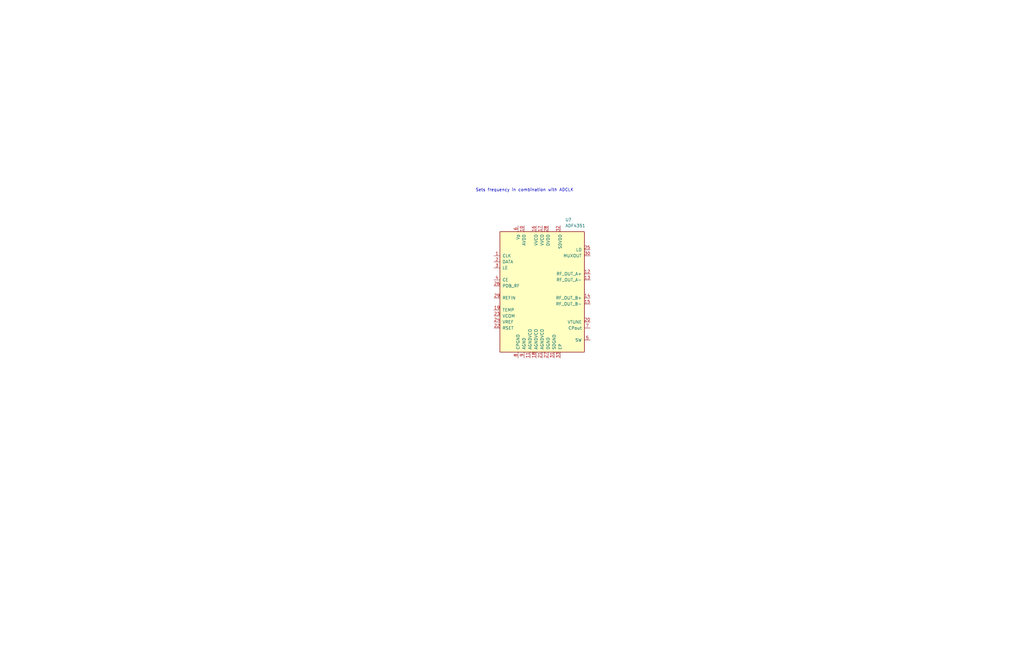
<source format=kicad_sch>
(kicad_sch (version 20250114) (generator "eeschema") (generator_version "9.0")
  (paper "B")
  (title_block (title "Coarse VFO") (date "2026-01-02") (rev "0.0") (company "Andy McCann KA3KAF and Doug McCann KA3KAG"))
  (lib_symbols
    (symbol "Timer_PLL:ADF4351" (pin_names (offset 1.016))
      (property "Reference" "U" (at 0 1.27 0))
      (property "Value" "ADF4351" (at 0 -1.27 0))
      (symbol "ADF4351_0_1"
        (rectangle (start 17.78 25.4) (end -17.78 -25.4) (stroke (width 0.254)) (fill (type background)))
      )
      (symbol "ADF4351_1_1"
        (pin input line (at -20.32 15.24 0) (length 2.54) (name "CLK") (number "1"))
        (pin input line (at -20.32 12.7 0) (length 2.54) (name "DATA") (number "2"))
        (pin input line (at -20.32 10.16 0) (length 2.54) (name "LE") (number "3"))
        (pin input line (at -20.32 5.08 0) (length 2.54) (name "CE") (number "4"))
        (pin input line (at -20.32 2.54 0) (length 2.54) (name "PDB_RF") (number "26"))
        (pin input line (at -20.32 -2.54 0) (length 2.54) (name "REFIN") (number "29"))
        (pin input line (at -20.32 -7.62 0) (length 2.54) (name "TEMP") (number "19"))
        (pin input line (at -20.32 -10.16 0) (length 2.54) (name "VCOM") (number "23"))
        (pin input line (at -20.32 -12.7 0) (length 2.54) (name "VREF") (number "24"))
        (pin input line (at -20.32 -15.24 0) (length 2.54) (name "RSET") (number "22"))
        (pin power_in line (at -10.16 27.94 270) (length 2.54) (name "Vp") (number "6"))
        (pin power_in line (at -10.16 -27.94 90) (length 2.54) (name "CPGND") (number "8"))
        (pin power_in line (at -7.62 27.94 270) (length 2.54) (name "AVDD") (number "10"))
        (pin power_in line (at -7.62 -27.94 90) (length 2.54) (name "AGND") (number "9"))
        (pin power_in line (at -5.08 -27.94 90) (length 2.54) (name "AGNDVCO") (number "11"))
        (pin power_in line (at -2.54 27.94 270) (length 2.54) (name "VVCO") (number "16"))
        (pin power_in line (at -2.54 -27.94 90) (length 2.54) (name "AGNDVCO") (number "18"))
        (pin power_in line (at 0 27.94 270) (length 2.54) (name "VVCO") (number "17"))
        (pin power_in line (at 0 -27.94 90) (length 2.54) (name "AGNDVCO") (number "21"))
        (pin power_in line (at 2.54 27.94 270) (length 2.54) (name "DVDD") (number "28"))
        (pin power_in line (at 2.54 -27.94 90) (length 2.54) (name "DGND") (number "27"))
        (pin power_in line (at 5.08 -27.94 90) (length 2.54) (name "SDGND") (number "31"))
        (pin power_in line (at 7.62 27.94 270) (length 2.54) (name "SDVDD") (number "32"))
        (pin power_in line (at 7.62 -27.94 90) (length 2.54) (name "EP") (number "33"))
        (pin input line (at 20.32 17.78 180) (length 2.54) (name "LD") (number "25"))
        (pin output line (at 20.32 15.24 180) (length 2.54) (name "MUXOUT") (number "30"))
        (pin output line (at 20.32 7.62 180) (length 2.54) (name "RF_OUT_A+") (number "12"))
        (pin output line (at 20.32 5.08 180) (length 2.54) (name "RF_OUT_A-") (number "13"))
        (pin output line (at 20.32 -2.54 180) (length 2.54) (name "RF_OUT_B+") (number "14"))
        (pin output line (at 20.32 -5.08 180) (length 2.54) (name "RF_OUT_B-") (number "15"))
        (pin input line (at 20.32 -12.7 180) (length 2.54) (name "VTUNE") (number "20"))
        (pin input line (at 20.32 -15.24 180) (length 2.54) (name "CPout") (number "7"))
        (pin input line (at 20.32 -20.32 180) (length 2.54) (name "SW") (number "5"))
      )
    )
  )
  (text "Sets frequency in combination with ADCLK" (at 221.234 80.264 0) (effects (font (size 1.27 1.27))))
  (symbol (lib_id "Timer_PLL:ADF4351") (at 228.6 123.19 0) (unit 1)
    (property "Reference" "U?" (at 238.3633 92.71 0) (effects (justify left)))
    (property "Value" "ADF4351" (at 238.3633 95.25 0) (effects (justify left)))
    (property "Footprint" "Package_CSP:LFCSP-32-1EP_5x5mm_P0.5mm_EP3.25x3.25mm" (effects (hide yes)))
    (property "Datasheet" "https://www.analog.com/media/en/technical-documentation/data-sheets/ADF4351.pdf" (effects (hide yes)))
    (property "Description" "35-4400MHz fractional-N PLL, LFCSP-32" (effects (hide yes)))
  )
)
</source>
